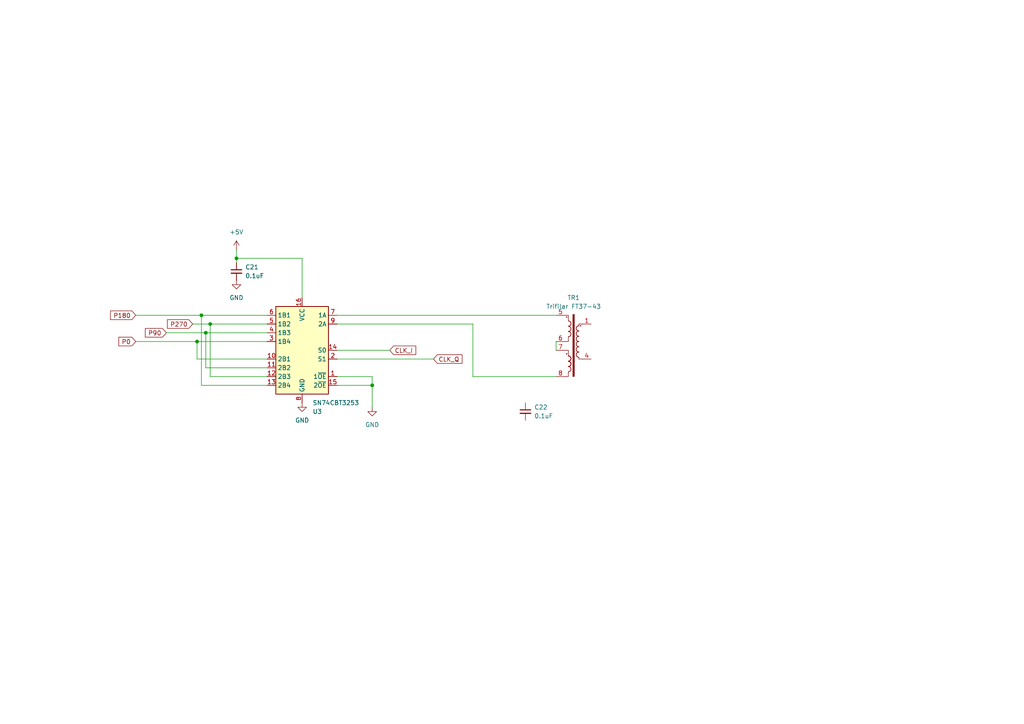
<source format=kicad_sch>
(kicad_sch (version 20231120) (generator "eeschema") (generator_version "8.0")
  (paper "A4")
  (lib_symbols
    (symbol "Analog_Switch:SN74CBT3253"
      (property "Reference" "U" (at -7.62 13.97 0))
      (property "Value" "SN74CBT3253" (at -11.43 -13.97 0))
      (symbol "SN74CBT3253_0_1"
        (rectangle (start -7.62 12.7) (end 7.62 -12.7) (stroke (width 0.254)) (fill (type background)))
        (rectangle (start 7.62 -12.7) (end 7.62 -12.7))
      )
      (symbol "SN74CBT3253_1_1"
        (pin input line (at -10.16 -7.62 0) (length 2.54) (name "1~{OE}") (number "1"))
        (pin bidirectional line (at 10.16 -2.54 180) (length 2.54) (name "2B1") (number "10"))
        (pin bidirectional line (at 10.16 -5.08 180) (length 2.54) (name "2B2") (number "11"))
        (pin bidirectional line (at 10.16 -7.62 180) (length 2.54) (name "2B3") (number "12"))
        (pin bidirectional line (at 10.16 -10.16 180) (length 2.54) (name "2B4") (number "13"))
        (pin input line (at -10.16 0 0) (length 2.54) (name "S0") (number "14"))
        (pin input line (at -10.16 -10.16 0) (length 2.54) (name "2~{OE}") (number "15"))
        (pin power_in line (at 0 15.24 270) (length 2.54) (name "VCC") (number "16"))
        (pin input line (at -10.16 -2.54 0) (length 2.54) (name "S1") (number "2"))
        (pin bidirectional line (at 10.16 2.54 180) (length 2.54) (name "1B4") (number "3"))
        (pin bidirectional line (at 10.16 5.08 180) (length 2.54) (name "1B3") (number "4"))
        (pin bidirectional line (at 10.16 7.62 180) (length 2.54) (name "1B2") (number "5"))
        (pin bidirectional line (at 10.16 10.16 180) (length 2.54) (name "1B1") (number "6"))
        (pin bidirectional line (at -10.16 10.16 0) (length 2.54) (name "1A") (number "7"))
        (pin power_in line (at 0 -15.24 90) (length 2.54) (name "GND") (number "8"))
        (pin bidirectional line (at -10.16 7.62 0) (length 2.54) (name "2A") (number "9"))
      )
    )
    (symbol "Device:C_Small" (pin_numbers hide) (pin_names (offset 0.254) hide)
      (property "Reference" "C" (at 0.254 1.778 0))
      (property "Value" "C_Small" (at 0.254 -2.032 0))
      (symbol "C_Small_0_1"
        (polyline (pts (xy -1.524 -0.508) (xy 1.524 -0.508)) (stroke (width 0.3302)))
        (polyline (pts (xy -1.524 0.508) (xy 1.524 0.508)) (stroke (width 0.3048)))
      )
      (symbol "C_Small_1_1"
        (pin passive line (at 0 2.54 270) (length 2.032) (name "~") (number "1"))
        (pin passive line (at 0 -2.54 90) (length 2.032) (name "~") (number "2"))
      )
    )
    (symbol "Transformer:TEZ0.5-D-2" (pin_names (offset 0.0254))
      (property "Reference" "TR" (at 0 8.89 0))
      (property "Value" "TEZ0.5-D-2" (at 0 -11.43 0))
      (symbol "TEZ0.5-D-2_0_1"
        (circle (center -2.032 4.572) (radius 0.127))
        (arc (start -1.524 -4.572) (mid -0.7653 -3.81) (end -1.524 -3.048) (stroke (width 0.2032)))
        (arc (start -1.524 -3.048) (mid -0.7653 -2.286) (end -1.524 -1.524) (stroke (width 0.2032)))
        (arc (start -1.524 -1.524) (mid -0.7653 -0.762) (end -1.524 0) (stroke (width 0.2032)))
        (arc (start -1.524 0) (mid -0.7653 0.762) (end -1.524 1.524) (stroke (width 0.2032)))
        (arc (start -1.524 1.524) (mid -0.7653 2.286) (end -1.524 3.048) (stroke (width 0.2032)))
        (arc (start -1.524 3.048) (mid -0.7653 3.81) (end -1.524 4.572) (stroke (width 0.2032)))
        (rectangle (start -0.254 7.874) (end 0.254 -10.16) (stroke (width 0.0254)) (fill (type outline)))
        (polyline (pts (xy -1.524 -4.572) (xy -1.524 -5.08) (xy -2.54 -5.08)))
        (polyline (pts (xy -1.524 4.572) (xy -1.524 5.08) (xy -2.54 5.08)))
        (polyline (pts (xy 1.524 -8.89) (xy 1.524 -10.16) (xy 2.54 -10.16)))
        (polyline (pts (xy 2.54 -2.54) (xy 1.524 -2.54) (xy 1.524 -4.064)))
        (polyline (pts (xy 2.54 0) (xy 1.524 0) (xy 1.524 1.27)))
        (polyline (pts (xy 2.54 7.62) (xy 1.524 7.62) (xy 1.524 6.096)))
        (arc (start 1.524 -7.239) (mid 0.7653 -8.001) (end 1.524 -8.763) (stroke (width 0.2032)))
        (arc (start 1.524 -5.715) (mid 0.7653 -6.477) (end 1.524 -7.239) (stroke (width 0.2032)))
        (arc (start 1.524 -5.715) (mid 0.7653 -6.477) (end 1.524 -7.239) (stroke (width 0.2032)))
        (arc (start 1.524 -4.191) (mid 0.7653 -4.953) (end 1.524 -5.715) (stroke (width 0.2032)))
        (arc (start 1.524 -4.191) (mid 0.7653 -4.953) (end 1.524 -5.715) (stroke (width 0.2032)))
        (arc (start 1.524 2.921) (mid 0.7653 2.159) (end 1.524 1.397) (stroke (width 0.2032)))
        (arc (start 1.524 4.445) (mid 0.7653 3.683) (end 1.524 2.921) (stroke (width 0.2032)))
        (arc (start 1.524 5.969) (mid 0.7653 5.207) (end 1.524 4.445) (stroke (width 0.2032)))
        (circle (center 2.032 -3.556) (radius 0.127))
        (circle (center 2.032 7.112) (radius 0.127))
      )
      (symbol "TEZ0.5-D-2_1_1"
        (pin passive line (at -5.08 5.08 0) (length 2.54) (name "~") (number "1"))
        (pin passive line (at -5.08 -5.08 0) (length 2.54) (name "~") (number "4"))
        (pin passive line (at 5.08 7.62 180) (length 2.54) (name "~") (number "5"))
        (pin passive line (at 5.08 0 180) (length 2.54) (name "~") (number "6"))
        (pin passive line (at 5.08 -2.54 180) (length 2.54) (name "~") (number "7"))
        (pin passive line (at 5.08 -10.16 180) (length 2.54) (name "~") (number "8"))
      )
    )
    (symbol "power:+5V" (power) (pin_numbers hide) (pin_names (offset 0) hide)
      (property "Value" "+5V" (at 0 3.556 0))
      (symbol "+5V_0_1"
        (polyline (pts (xy -0.762 1.27) (xy 0 2.54)))
        (polyline (pts (xy 0 0) (xy 0 2.54)))
        (polyline (pts (xy 0 2.54) (xy 0.762 1.27)))
      )
      (symbol "+5V_1_1"
        (pin power_in line (at 0 0 90) (length 0) (name "~") (number "1"))
      )
    )
    (symbol "power:GND" (power) (pin_numbers hide) (pin_names (offset 0) hide)
      (property "Value" "GND" (at 0 -3.81 0))
      (symbol "GND_0_1"
        (polyline (pts (xy 0 0) (xy 0 -1.27) (xy 1.27 -1.27) (xy 0 -2.54) (xy -1.27 -1.27) (xy 0 -1.27)))
      )
      (symbol "GND_1_1"
        (pin power_in line (at 0 0 270) (length 0) (name "~") (number "1"))
      )
    )
  )
  (junction (at 107.95 111.76))
  (junction (at 59.69 96.52))
  (junction (at 58.42 91.44))
  (junction (at 60.96 93.98))
  (junction (at 57.15 99.06))
  (junction (at 68.58 74.93))
  (wire (pts (xy 107.95 111.76) (xy 107.95 118.11)))
  (wire (pts (xy 77.47 111.76) (xy 58.42 111.76)))
  (wire (pts (xy 68.58 72.39) (xy 68.58 74.93)))
  (wire (pts (xy 60.96 109.22) (xy 60.96 93.98)))
  (wire (pts (xy 58.42 111.76) (xy 58.42 91.44)))
  (wire (pts (xy 55.88 93.98) (xy 60.96 93.98)))
  (wire (pts (xy 57.15 99.06) (xy 57.15 104.14)))
  (wire (pts (xy 97.79 109.22) (xy 107.95 109.22)))
  (wire (pts (xy 107.95 109.22) (xy 107.95 111.76)))
  (wire (pts (xy 161.29 99.06) (xy 161.29 101.6)))
  (wire (pts (xy 77.47 109.22) (xy 60.96 109.22)))
  (wire (pts (xy 97.79 104.14) (xy 125.73 104.14)))
  (wire (pts (xy 87.63 74.93) (xy 68.58 74.93)))
  (wire (pts (xy 57.15 99.06) (xy 77.47 99.06)))
  (wire (pts (xy 59.69 96.52) (xy 77.47 96.52)))
  (wire (pts (xy 39.37 91.44) (xy 58.42 91.44)))
  (wire (pts (xy 97.79 91.44) (xy 161.29 91.44)))
  (wire (pts (xy 77.47 104.14) (xy 57.15 104.14)))
  (wire (pts (xy 97.79 93.98) (xy 137.16 93.98)))
  (wire (pts (xy 58.42 91.44) (xy 77.47 91.44)))
  (wire (pts (xy 48.26 96.52) (xy 59.69 96.52)))
  (wire (pts (xy 68.58 74.93) (xy 68.58 76.2)))
  (wire (pts (xy 87.63 86.36) (xy 87.63 74.93)))
  (wire (pts (xy 137.16 109.22) (xy 161.29 109.22)))
  (wire (pts (xy 97.79 111.76) (xy 107.95 111.76)))
  (wire (pts (xy 59.69 106.68) (xy 59.69 96.52)))
  (wire (pts (xy 137.16 93.98) (xy 137.16 109.22)))
  (wire (pts (xy 60.96 93.98) (xy 77.47 93.98)))
  (wire (pts (xy 97.79 101.6) (xy 113.03 101.6)))
  (wire (pts (xy 77.47 106.68) (xy 59.69 106.68)))
  (wire (pts (xy 39.37 99.06) (xy 57.15 99.06)))
  (global_label "P90" (shape input) (at 48.26 96.52 180) (property "Intersheetrefs" "${INTERSHEET_REFS}" (effects (hide yes))))
  (global_label "CLK_I" (shape input) (at 113.03 101.6 0) (property "Intersheetrefs" "${INTERSHEET_REFS}" (effects (hide yes))))
  (global_label "P270" (shape input) (at 55.88 93.98 180) (property "Intersheetrefs" "${INTERSHEET_REFS}" (effects (hide yes))))
  (global_label "P0" (shape input) (at 39.37 99.06 180) (property "Intersheetrefs" "${INTERSHEET_REFS}" (effects (hide yes))))
  (global_label "CLK_Q" (shape input) (at 125.73 104.14 0) (property "Intersheetrefs" "${INTERSHEET_REFS}" (effects (hide yes))))
  (global_label "P180" (shape input) (at 39.37 91.44 180) (property "Intersheetrefs" "${INTERSHEET_REFS}" (effects (hide yes))))
  (symbol (lib_id "power:+5V") (at 68.58 72.39 0) (unit 1)
    (property "Reference" "#PWR017" (effects (hide yes)))
    (property "Value" "+5V" (at 68.58 67.31 0))
    (property "Description" "Power symbol creates a global label with name \"+5V\"" (effects (hide yes)))
  )
  (symbol (lib_id "power:GND") (at 107.95 118.11 0) (unit 1)
    (property "Reference" "#PWR020" (effects (hide yes)))
    (property "Value" "GND" (at 107.95 123.19 0))
    (property "Description" "Power symbol creates a global label with name \"GND\" , ground" (effects (hide yes)))
  )
  (symbol (lib_id "Analog_Switch:SN74CBT3253") (at 87.63 101.6 0) (mirror y) (unit 1)
    (property "Reference" "U3" (at 90.6465 119.38 0) (effects (justify right)))
    (property "Value" "SN74CBT3253" (at 90.6465 116.84 0) (effects (justify right)))
    (property "Datasheet" "http://www.ti.com/lit/gpn/sn74cbt3253" (effects (hide yes)))
    (property "Description" "Dual 1 to 4 Analog Multiplexer" (effects (hide yes)))
  )
  (symbol (lib_id "Device:C_Small") (at 68.58 78.74 0) (unit 1)
    (property "Reference" "C21" (at 71.12 77.4762 0) (effects (justify left)))
    (property "Value" "0.1uF" (at 71.12 80.0162 0) (effects (justify left)))
    (property "Description" "Unpolarized capacitor, small symbol" (effects (hide yes)))
  )
  (symbol (lib_id "Device:C_Small") (at 152.4 119.38 0) (unit 1)
    (property "Reference" "C22" (at 154.94 118.1162 0) (effects (justify left)))
    (property "Value" "0.1uF" (at 154.94 120.6562 0) (effects (justify left)))
    (property "Description" "Unpolarized capacitor, small symbol" (effects (hide yes)))
  )
  (symbol (lib_id "power:GND") (at 87.63 116.84 0) (unit 1)
    (property "Reference" "#PWR019" (effects (hide yes)))
    (property "Value" "GND" (at 87.63 121.92 0))
    (property "Description" "Power symbol creates a global label with name \"GND\" , ground" (effects (hide yes)))
  )
  (symbol (lib_id "power:GND") (at 68.58 81.28 0) (unit 1)
    (property "Reference" "#PWR018" (effects (hide yes)))
    (property "Value" "GND" (at 68.58 86.36 0))
    (property "Description" "Power symbol creates a global label with name \"GND\" , ground" (effects (hide yes)))
  )
  (symbol (lib_id "Transformer:TEZ0.5-D-2") (at 166.37 99.06 0) (mirror y) (unit 1)
    (property "Reference" "TR1" (at 166.37 86.36 0))
    (property "Value" "Trifilar FT37-43" (at 166.37 88.9 0))
    (property "Footprint" "bruce-footprints:FT37-43 Trifilar" (effects (hide yes)))
    (property "Datasheet" "http://www.breve.pl/pdf/ANG/TEZ_ang.pdf" (effects (hide yes)))
    (property "Description" "TEZ0.5/D/x-x, 0.5VA, Dual Secondary, Cast Resin Transformer, PCB" (effects (hide yes)))
  )
)
</source>
